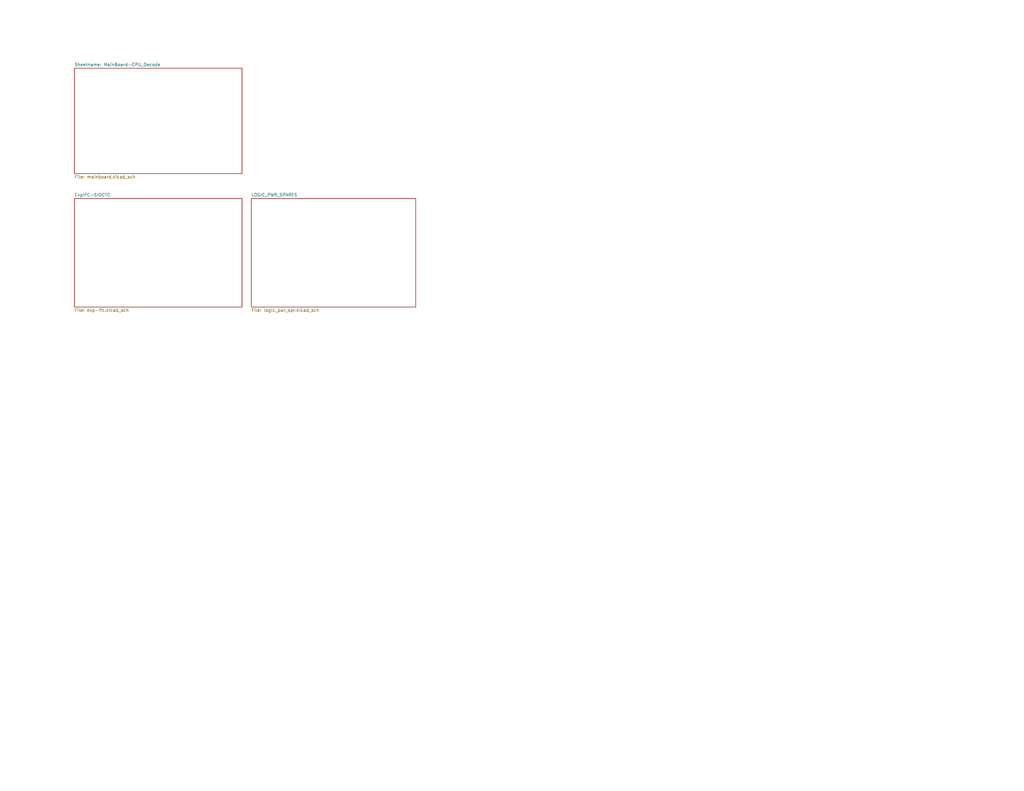
<source format=kicad_sch>
(kicad_sch
	(version 20250114)
	(generator "eeschema")
	(generator_version "9.0")
	(uuid "62236e9f-ef27-467c-852b-587c32c473f1")
	(paper "User" 419.1 323.85)
	(title_block
		(title "Retro Z80 Motherboard w/Paripherals & RC2014 Bus")
		(date "2025-10-10")
		(rev "PR7.4")
		(company "SilkyDESIGN")
		(comment 1 "Copyright 2025 AESilky & SMcCown")
	)
	(lib_symbols)
	(sheet
		(at 30.48 27.94)
		(size 68.58 43.18)
		(exclude_from_sim no)
		(in_bom yes)
		(on_board yes)
		(dnp no)
		(fields_autoplaced yes)
		(stroke
			(width 0.1524)
			(type solid)
		)
		(fill
			(color 0 0 0 0.0000)
		)
		(uuid "48cc9b60-debe-432c-ac2c-bb1cba6b9068")
		(property "Sheetname" "MainBoard-CPU_Decode"
			(at 30.48 27.2284 0)
			(show_name yes)
			(effects
				(font
					(size 1.27 1.27)
				)
				(justify left bottom)
			)
		)
		(property "Sheetfile" "mainboard.kicad_sch"
			(at 30.48 71.7046 0)
			(effects
				(font
					(size 1.27 1.27)
				)
				(justify left top)
			)
		)
		(instances
			(project "SD-ZMB"
				(path "/62236e9f-ef27-467c-852b-587c32c473f1"
					(page "2")
				)
			)
		)
	)
	(sheet
		(at 102.87 81.28)
		(size 67.31 44.45)
		(exclude_from_sim no)
		(in_bom yes)
		(on_board yes)
		(dnp no)
		(fields_autoplaced yes)
		(stroke
			(width 0.1524)
			(type solid)
		)
		(fill
			(color 0 0 0 0.0000)
		)
		(uuid "4d930499-c077-45d5-a71c-439550a6ae18")
		(property "Sheetname" "LOGIC_PWR_SPARES"
			(at 102.87 80.5684 0)
			(effects
				(font
					(size 1.27 1.27)
				)
				(justify left bottom)
			)
		)
		(property "Sheetfile" "logic_pwr_spr.kicad_sch"
			(at 102.87 126.3146 0)
			(effects
				(font
					(size 1.27 1.27)
				)
				(justify left top)
			)
		)
		(instances
			(project "SD-ZMB"
				(path "/62236e9f-ef27-467c-852b-587c32c473f1"
					(page "4")
				)
			)
		)
	)
	(sheet
		(at 30.48 81.28)
		(size 68.58 44.45)
		(exclude_from_sim no)
		(in_bom yes)
		(on_board yes)
		(dnp no)
		(fields_autoplaced yes)
		(stroke
			(width 0.1524)
			(type solid)
		)
		(fill
			(color 0 0 0 0.0000)
		)
		(uuid "c744ff77-26bb-4e1e-8dbf-a9eea5814d68")
		(property "Sheetname" "ExpIFC-SIOCTC"
			(at 30.48 80.5684 0)
			(effects
				(font
					(size 1.27 1.27)
				)
				(justify left bottom)
			)
		)
		(property "Sheetfile" "exp-ifc.kicad_sch"
			(at 30.48 126.3146 0)
			(effects
				(font
					(size 1.27 1.27)
				)
				(justify left top)
			)
		)
		(instances
			(project "SD-ZMB"
				(path "/62236e9f-ef27-467c-852b-587c32c473f1"
					(page "3")
				)
			)
		)
	)
	(sheet_instances
		(path "/"
			(page "1")
		)
	)
	(embedded_fonts no)
)

</source>
